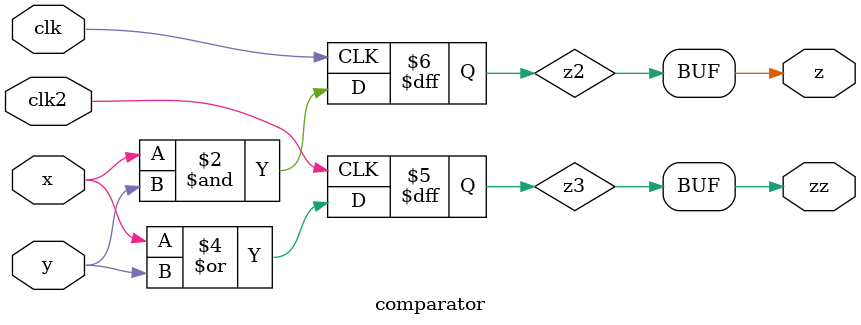
<source format=v>
`timescale 1ns / 1ps


module comparator(
    input clk,
    input clk2,
    input x,
    input y,
    output z,
    output zz
    );
    reg z2;
    reg z3;
    //xor
    
    always @ (posedge clk) begin
        z2 = x & y;
    end
    
    always @ (posedge clk2) begin
        z3 = x | y;
    end
    
    assign z = z2;
    assign zz = z3;
endmodule
</source>
